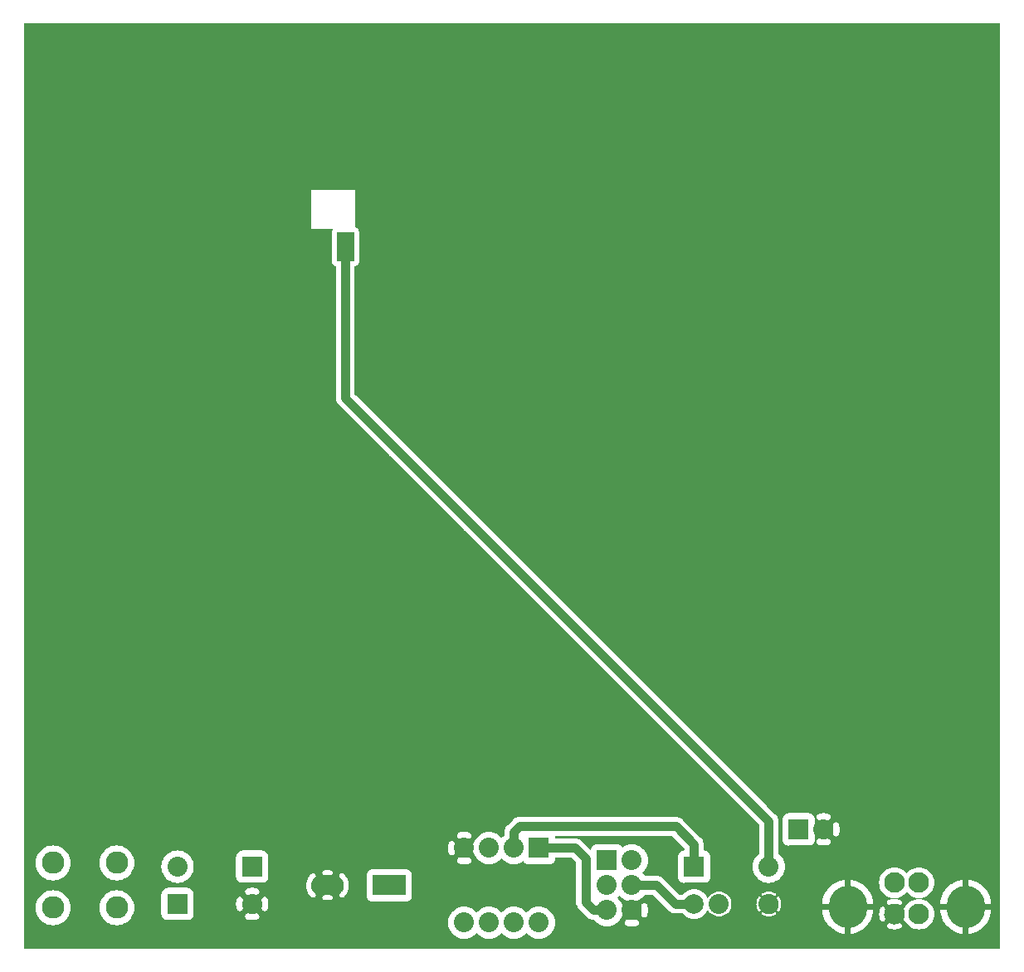
<source format=gbl>
G04 start of page 2 for group 8 layer_idx 1 *
G04 Title: (unknown), bottom_copper *
G04 Creator: pcb-rnd 3.1.5-dev *
G04 CreationDate: 2024-03-24 11:16:41 UTC *
G04 For: STEM4ukraine *
G04 Format: Gerber/RS-274X *
G04 PCB-Dimensions: 393701 374016 *
G04 PCB-Coordinate-Origin: lower left *
%MOIN*%
%FSLAX25Y25*%
%LNBOTTOM_COPPER_NONE_8*%
%ADD34C,0.0394*%
%ADD33C,0.1220*%
%ADD32C,0.0315*%
%ADD31C,0.0374*%
%ADD30C,0.0394*%
%ADD29C,0.0900*%
%ADD28C,0.1535*%
%ADD27C,0.0787*%
%ADD26C,0.0827*%
%ADD25C,0.0800*%
%ADD24C,0.0350*%
%ADD23C,0.0001*%
G54D23*G36*
X384794Y984D02*Y8683D01*
X385095Y8867D01*
X386313Y9907D01*
X387353Y11126D01*
X388190Y12491D01*
X388803Y13971D01*
X389177Y15529D01*
X389244Y16663D01*
X384794D01*
Y19163D01*
X389244D01*
X389177Y20298D01*
X388803Y21855D01*
X388190Y23335D01*
X387353Y24701D01*
X386313Y25919D01*
X385095Y26960D01*
X384794Y27144D01*
Y373031D01*
X392717D01*
Y984D01*
X384794D01*
G37*
G36*
X373395D02*Y8683D01*
X374460Y8030D01*
X375940Y7417D01*
X377498Y7043D01*
X377844Y7016D01*
Y16663D01*
X373395D01*
Y19163D01*
X377844D01*
Y28811D01*
X377498Y28784D01*
X375940Y28410D01*
X374460Y27797D01*
X373395Y27144D01*
Y373031D01*
X384794D01*
Y27144D01*
X383729Y27797D01*
X382249Y28410D01*
X380691Y28784D01*
X380344Y28811D01*
Y19163D01*
X384794D01*
Y16663D01*
X380344D01*
Y7016D01*
X380691Y7043D01*
X382249Y7417D01*
X383729Y8030D01*
X384794Y8683D01*
Y984D01*
X373395D01*
G37*
G36*
X355384D02*Y11289D01*
X355964Y10610D01*
X356698Y9983D01*
X357522Y9478D01*
X358414Y9109D01*
X359352Y8884D01*
X360315Y8808D01*
X361277Y8884D01*
X362216Y9109D01*
X363108Y9478D01*
X363931Y9983D01*
X364666Y10610D01*
X365293Y11344D01*
X365797Y12167D01*
X366167Y13059D01*
X366392Y13998D01*
X366449Y14961D01*
X366392Y15923D01*
X366167Y16862D01*
X365797Y17754D01*
X365293Y18577D01*
X364666Y19311D01*
X363931Y19938D01*
X363108Y20443D01*
X362216Y20812D01*
X361277Y21038D01*
X360315Y21113D01*
X359352Y21038D01*
X358414Y20812D01*
X357522Y20443D01*
X356698Y19938D01*
X355964Y19311D01*
X355384Y18632D01*
Y23865D01*
X355394Y23876D01*
X355964Y23208D01*
X356698Y22581D01*
X357522Y22077D01*
X358414Y21707D01*
X359352Y21482D01*
X360315Y21406D01*
X361277Y21482D01*
X362216Y21707D01*
X363108Y22077D01*
X363931Y22581D01*
X364666Y23208D01*
X365293Y23943D01*
X365797Y24766D01*
X366167Y25658D01*
X366392Y26597D01*
X366449Y27559D01*
X366392Y28522D01*
X366167Y29460D01*
X365797Y30352D01*
X365293Y31176D01*
X364666Y31910D01*
X363931Y32537D01*
X363108Y33041D01*
X362216Y33411D01*
X361277Y33636D01*
X360315Y33712D01*
X359352Y33636D01*
X358414Y33411D01*
X357522Y33041D01*
X356698Y32537D01*
X355964Y31910D01*
X355394Y31242D01*
X355384Y31253D01*
Y373031D01*
X373395D01*
Y27144D01*
X373094Y26960D01*
X371876Y25919D01*
X370836Y24701D01*
X369999Y23335D01*
X369386Y21855D01*
X369012Y20298D01*
X368945Y19163D01*
X373395D01*
Y16663D01*
X368945D01*
X369012Y15529D01*
X369386Y13971D01*
X369999Y12491D01*
X370836Y11126D01*
X371876Y9907D01*
X373094Y8867D01*
X373395Y8683D01*
Y984D01*
X355384D01*
G37*
G36*
Y373031D02*Y31253D01*
X354823Y31910D01*
X354089Y32537D01*
X353266Y33041D01*
X352374Y33411D01*
X351435Y33636D01*
X350474Y33712D01*
Y373031D01*
X355384D01*
G37*
G36*
X350474Y984D02*Y8827D01*
X350742D01*
X351280Y8874D01*
X351812Y8969D01*
X352333Y9110D01*
X352840Y9296D01*
X352981Y9367D01*
X353108Y9460D01*
X353220Y9572D01*
X353312Y9700D01*
X353384Y9841D01*
X353432Y9992D01*
X353456Y10148D01*
X353456Y10306D01*
X353430Y10462D01*
X353381Y10612D01*
X353309Y10753D01*
X353216Y10880D01*
X353104Y10992D01*
X352975Y11084D01*
X352834Y11155D01*
X352684Y11204D01*
X352528Y11228D01*
X352370Y11227D01*
X352214Y11202D01*
X352065Y11150D01*
X351725Y11021D01*
X351374Y10926D01*
X351016Y10863D01*
X350654Y10831D01*
X350474D01*
Y19090D01*
X350654D01*
X351016Y19059D01*
X351374Y18995D01*
X351725Y18900D01*
X352066Y18775D01*
X352215Y18723D01*
X352370Y18698D01*
X352527Y18697D01*
X352683Y18721D01*
X352833Y18770D01*
X352973Y18841D01*
X353101Y18933D01*
X353213Y19044D01*
X353306Y19171D01*
X353377Y19311D01*
X353427Y19460D01*
X353452Y19616D01*
X353452Y19773D01*
X353428Y19929D01*
X353380Y20078D01*
X353309Y20219D01*
X353217Y20347D01*
X353106Y20458D01*
X352979Y20551D01*
X352837Y20620D01*
X352333Y20812D01*
X351812Y20953D01*
X351280Y21047D01*
X350742Y21094D01*
X350474D01*
Y21406D01*
X351435Y21482D01*
X352374Y21707D01*
X353266Y22077D01*
X354089Y22581D01*
X354823Y23208D01*
X355384Y23865D01*
Y18632D01*
X355337Y18577D01*
X354924Y17903D01*
X354821Y17869D01*
X354680Y17797D01*
X354553Y17704D01*
X354441Y17592D01*
X354349Y17464D01*
X354278Y17323D01*
X354229Y17172D01*
X354205Y17016D01*
X354206Y16858D01*
X354231Y16702D01*
X354283Y16553D01*
X354348Y16382D01*
X354238Y15923D01*
X354162Y14961D01*
X354238Y13998D01*
X354349Y13536D01*
X354287Y13367D01*
X354235Y13218D01*
X354210Y13063D01*
X354209Y12906D01*
X354233Y12750D01*
X354281Y12600D01*
X354352Y12460D01*
X354445Y12332D01*
X354556Y12220D01*
X354683Y12128D01*
X354823Y12056D01*
X354921Y12023D01*
X355337Y11344D01*
X355384Y11289D01*
Y984D01*
X350474D01*
G37*
G36*
Y373031D02*Y33712D01*
X350472Y33712D01*
X349510Y33636D01*
X348571Y33411D01*
X347679Y33041D01*
X346856Y32537D01*
X346122Y31910D01*
X345539Y31228D01*
Y373031D01*
X350474D01*
G37*
G36*
X345539Y984D02*Y11996D01*
X345660Y11977D01*
X345818Y11977D01*
X345974Y12003D01*
X346124Y12052D01*
X346264Y12124D01*
X346392Y12217D01*
X346503Y12330D01*
X346596Y12458D01*
X346667Y12599D01*
X346716Y12749D01*
X346740Y12905D01*
X346739Y13063D01*
X346714Y13219D01*
X346662Y13368D01*
X346533Y13708D01*
X346438Y14059D01*
X346375Y14417D01*
X346343Y14779D01*
Y15142D01*
X346375Y15504D01*
X346438Y15862D01*
X346533Y16213D01*
X346658Y16555D01*
X346710Y16703D01*
X346735Y16858D01*
X346736Y17016D01*
X346712Y17171D01*
X346663Y17321D01*
X346592Y17462D01*
X346500Y17589D01*
X346389Y17701D01*
X346262Y17794D01*
X346122Y17866D01*
X345973Y17915D01*
X345817Y17940D01*
X345660Y17940D01*
X345539Y17922D01*
Y23891D01*
X346122Y23208D01*
X346856Y22581D01*
X347679Y22077D01*
X348571Y21707D01*
X349510Y21482D01*
X350472Y21406D01*
X350474Y21406D01*
Y21094D01*
X350202D01*
X349665Y21047D01*
X349133Y20953D01*
X348612Y20812D01*
X348105Y20626D01*
X347964Y20555D01*
X347837Y20461D01*
X347725Y20349D01*
X347633Y20221D01*
X347561Y20080D01*
X347513Y19930D01*
X347489Y19773D01*
X347489Y19615D01*
X347514Y19459D01*
X347564Y19309D01*
X347636Y19169D01*
X347729Y19041D01*
X347841Y18930D01*
X347969Y18837D01*
X348110Y18766D01*
X348261Y18718D01*
X348417Y18693D01*
X348575Y18694D01*
X348731Y18719D01*
X348880Y18771D01*
X349220Y18900D01*
X349571Y18995D01*
X349929Y19059D01*
X350291Y19090D01*
X350474D01*
Y10831D01*
X350291D01*
X349929Y10863D01*
X349571Y10926D01*
X349220Y11021D01*
X348879Y11146D01*
X348730Y11198D01*
X348575Y11223D01*
X348417Y11224D01*
X348262Y11200D01*
X348112Y11152D01*
X347972Y11081D01*
X347844Y10989D01*
X347732Y10878D01*
X347639Y10751D01*
X347567Y10610D01*
X347518Y10461D01*
X347493Y10306D01*
X347493Y10148D01*
X347517Y9993D01*
X347565Y9843D01*
X347636Y9702D01*
X347728Y9575D01*
X347839Y9463D01*
X347966Y9370D01*
X348107Y9301D01*
X348612Y9110D01*
X349133Y8969D01*
X349665Y8874D01*
X350202Y8827D01*
X350474D01*
Y984D01*
X345539D01*
G37*
G36*
X337393D02*Y8683D01*
X337693Y8867D01*
X338911Y9907D01*
X339952Y11126D01*
X340789Y12491D01*
X341402Y13971D01*
X341776Y15529D01*
X341843Y16663D01*
X337393D01*
Y19163D01*
X341843D01*
X341776Y20298D01*
X341402Y21855D01*
X340789Y23335D01*
X339952Y24701D01*
X338911Y25919D01*
X337693Y26960D01*
X337393Y27144D01*
Y373031D01*
X345539D01*
Y31228D01*
X345495Y31176D01*
X344990Y30352D01*
X344621Y29460D01*
X344395Y28522D01*
X344320Y27559D01*
X344395Y26597D01*
X344621Y25658D01*
X344990Y24766D01*
X345495Y23943D01*
X345539Y23891D01*
Y17922D01*
X345504Y17916D01*
X345355Y17868D01*
X345214Y17797D01*
X345086Y17705D01*
X344975Y17594D01*
X344882Y17467D01*
X344813Y17326D01*
X344621Y16821D01*
X344481Y16300D01*
X344386Y15768D01*
X344339Y15231D01*
Y14691D01*
X344386Y14153D01*
X344481Y13621D01*
X344621Y13100D01*
X344807Y12593D01*
X344879Y12452D01*
X344972Y12325D01*
X345084Y12213D01*
X345212Y12121D01*
X345353Y12050D01*
X345504Y12001D01*
X345539Y11996D01*
Y984D01*
X337393D01*
G37*
G36*
X327122D02*Y8004D01*
X328538Y7417D01*
X330096Y7043D01*
X330443Y7016D01*
Y16663D01*
X327122D01*
Y19163D01*
X330443D01*
Y28811D01*
X330096Y28784D01*
X328538Y28410D01*
X327122Y27823D01*
Y46174D01*
X327203Y46181D01*
X327394Y46228D01*
X327576Y46304D01*
X327743Y46407D01*
X327892Y46536D01*
X328019Y46686D01*
X328121Y46854D01*
X328192Y47038D01*
X328348Y47590D01*
X328449Y48156D01*
X328500Y48728D01*
Y49303D01*
X328449Y49875D01*
X328348Y50441D01*
X328198Y50996D01*
X328125Y51179D01*
X328022Y51348D01*
X327895Y51498D01*
X327745Y51627D01*
X327578Y51731D01*
X327396Y51808D01*
X327204Y51855D01*
X327122Y51862D01*
Y373031D01*
X337393D01*
Y27144D01*
X336328Y27797D01*
X334848Y28410D01*
X333290Y28784D01*
X332943Y28811D01*
Y19163D01*
X337393D01*
Y16663D01*
X332943D01*
Y7016D01*
X333290Y7043D01*
X334848Y7417D01*
X336328Y8030D01*
X337393Y8683D01*
Y984D01*
X327122D01*
G37*
G36*
X327058Y27797D02*X325692Y26960D01*
X324474Y25919D01*
X323434Y24701D01*
X322597Y23335D01*
X322002Y21899D01*
Y42516D01*
X322287D01*
X322860Y42566D01*
X323425Y42667D01*
X323980Y42818D01*
X324163Y42891D01*
X324332Y42994D01*
X324483Y43121D01*
X324611Y43270D01*
X324715Y43438D01*
X324792Y43620D01*
X324839Y43812D01*
X324855Y44008D01*
X324841Y44205D01*
X324796Y44397D01*
X324721Y44580D01*
X324619Y44749D01*
X324491Y44900D01*
X324342Y45029D01*
X324174Y45133D01*
X323992Y45209D01*
X323801Y45256D01*
X323604Y45272D01*
X323407Y45258D01*
X323216Y45209D01*
X322876Y45113D01*
X322529Y45051D01*
X322177Y45020D01*
X322002D01*
Y53012D01*
X322177D01*
X322529Y52981D01*
X322876Y52919D01*
X323217Y52826D01*
X323408Y52777D01*
X323604Y52763D01*
X323800Y52779D01*
X323991Y52826D01*
X324172Y52902D01*
X324340Y53006D01*
X324489Y53135D01*
X324616Y53285D01*
X324718Y53453D01*
X324792Y53635D01*
X324837Y53827D01*
X324851Y54023D01*
X324835Y54219D01*
X324788Y54410D01*
X324712Y54592D01*
X324608Y54759D01*
X324480Y54908D01*
X324330Y55035D01*
X324161Y55137D01*
X323978Y55207D01*
X323425Y55364D01*
X322860Y55465D01*
X322287Y55516D01*
X322002D01*
Y373031D01*
X327122D01*
Y51862D01*
X327007Y51871D01*
X326810Y51857D01*
X326618Y51811D01*
X326436Y51737D01*
X326267Y51635D01*
X326116Y51507D01*
X325987Y51358D01*
X325883Y51190D01*
X325807Y51008D01*
X325760Y50816D01*
X325743Y50620D01*
X325758Y50423D01*
X325807Y50232D01*
X325903Y49892D01*
X325965Y49544D01*
X325996Y49192D01*
Y48839D01*
X325965Y48487D01*
X325903Y48139D01*
X325810Y47799D01*
X325762Y47608D01*
X325747Y47412D01*
X325764Y47216D01*
X325810Y47025D01*
X325887Y46843D01*
X325990Y46676D01*
X326119Y46527D01*
X326269Y46400D01*
X326437Y46298D01*
X326619Y46224D01*
X326811Y46179D01*
X327007Y46164D01*
X327122Y46174D01*
Y27823D01*
X327058Y27797D01*
G37*
G36*
X322002Y16663D02*Y19163D01*
X327122D01*
Y16663D01*
X322002D01*
G37*
G36*
Y984D02*Y13928D01*
X322597Y12491D01*
X323434Y11126D01*
X324474Y9907D01*
X325692Y8867D01*
X327058Y8030D01*
X327122Y8004D01*
Y984D01*
X322002D01*
G37*
G36*
X312000D02*Y42516D01*
X315902D01*
X316000Y42508D01*
X316392Y42539D01*
X316392Y42539D01*
X316775Y42631D01*
X317138Y42781D01*
X317474Y42987D01*
X317773Y43243D01*
X318029Y43542D01*
X318234Y43877D01*
X318385Y44241D01*
X318477Y44623D01*
X318508Y45016D01*
X318500Y45114D01*
Y52918D01*
X318508Y53016D01*
X318477Y53408D01*
X318477Y53408D01*
X318385Y53791D01*
X318234Y54154D01*
X318029Y54490D01*
X317773Y54789D01*
X317474Y55045D01*
X317138Y55250D01*
X316775Y55401D01*
X316392Y55493D01*
X316000Y55523D01*
X315902Y55516D01*
X312000D01*
Y373031D01*
X322002D01*
Y55516D01*
X321713D01*
X321140Y55465D01*
X320575Y55364D01*
X320020Y55214D01*
X319837Y55140D01*
X319668Y55038D01*
X319517Y54911D01*
X319389Y54761D01*
X319285Y54593D01*
X319208Y54411D01*
X319161Y54220D01*
X319145Y54023D01*
X319159Y53826D01*
X319204Y53634D01*
X319279Y53451D01*
X319381Y53283D01*
X319509Y53132D01*
X319658Y53003D01*
X319826Y52899D01*
X320008Y52822D01*
X320199Y52775D01*
X320396Y52759D01*
X320593Y52774D01*
X320784Y52822D01*
X321124Y52919D01*
X321471Y52981D01*
X321823Y53012D01*
X322002D01*
Y45020D01*
X321823D01*
X321471Y45051D01*
X321124Y45113D01*
X320783Y45205D01*
X320592Y45254D01*
X320396Y45269D01*
X320200Y45252D01*
X320009Y45205D01*
X319828Y45129D01*
X319660Y45025D01*
X319511Y44897D01*
X319384Y44747D01*
X319282Y44578D01*
X319208Y44396D01*
X319163Y44205D01*
X319149Y44009D01*
X319165Y43812D01*
X319212Y43621D01*
X319288Y43440D01*
X319392Y43273D01*
X319520Y43124D01*
X319670Y42997D01*
X319839Y42895D01*
X320022Y42824D01*
X320575Y42667D01*
X321140Y42566D01*
X321713Y42516D01*
X322002D01*
Y21899D01*
X321984Y21855D01*
X321610Y20298D01*
X321543Y19163D01*
X322002D01*
Y16663D01*
X321543D01*
X321610Y15529D01*
X321984Y13971D01*
X322002Y13928D01*
Y984D01*
X312000D01*
G37*
G36*
X304153D02*Y16254D01*
X304182Y16283D01*
X304228Y16346D01*
X304464Y16752D01*
X304657Y17180D01*
X304808Y17625D01*
X304918Y18082D01*
X304983Y18547D01*
X305006Y19016D01*
X304983Y19485D01*
X304918Y19950D01*
X304808Y20407D01*
X304657Y20851D01*
X304464Y21280D01*
X304232Y21688D01*
X304185Y21752D01*
X304153Y21784D01*
Y29015D01*
X304610Y29405D01*
X305275Y30183D01*
X305809Y31056D01*
X306201Y32001D01*
X306440Y32996D01*
X306500Y34016D01*
X306440Y35036D01*
X306201Y36031D01*
X305809Y36976D01*
X305275Y37848D01*
X304610Y38626D01*
X304153Y39017D01*
Y373031D01*
X312000D01*
Y55516D01*
X308098D01*
X308000Y55523D01*
X307608Y55493D01*
X307608Y55493D01*
X307225Y55401D01*
X306862Y55250D01*
X306526Y55045D01*
X306227Y54789D01*
X305971Y54490D01*
X305766Y54154D01*
X305615Y53791D01*
X305523Y53408D01*
X305492Y53016D01*
X305500Y52918D01*
Y45114D01*
X305492Y45016D01*
X305523Y44624D01*
X305523Y44623D01*
X305615Y44241D01*
X305766Y43877D01*
X305971Y43542D01*
X306227Y43243D01*
X306526Y42987D01*
X306862Y42781D01*
X307225Y42631D01*
X307608Y42539D01*
X308000Y42508D01*
X308098Y42516D01*
X312000D01*
Y984D01*
X304153D01*
G37*
G36*
X303832Y39291D02*X303750Y39341D01*
Y52215D01*
X303762Y52362D01*
X303715Y52951D01*
X303577Y53525D01*
X303352Y54070D01*
X303043Y54573D01*
X303043Y54573D01*
X302660Y55022D01*
X302548Y55118D01*
X300002Y57663D01*
Y373031D01*
X304153D01*
Y39017D01*
X303832Y39291D01*
G37*
G36*
X300002Y984D02*Y14010D01*
X300469Y14032D01*
X300934Y14098D01*
X301391Y14207D01*
X301835Y14359D01*
X302264Y14551D01*
X302672Y14783D01*
X302736Y14830D01*
X302792Y14887D01*
X302837Y14952D01*
X302872Y15023D01*
X302896Y15099D01*
X302907Y15178D01*
X302906Y15257D01*
X302893Y15335D01*
X302867Y15411D01*
X302830Y15481D01*
X302783Y15544D01*
X302726Y15600D01*
X302661Y15646D01*
X302590Y15681D01*
X302514Y15704D01*
X302435Y15716D01*
X302356Y15715D01*
X302278Y15701D01*
X302203Y15676D01*
X302133Y15637D01*
X301809Y15448D01*
X301467Y15294D01*
X301112Y15173D01*
X300746Y15086D01*
X300375Y15033D01*
X300002Y15016D01*
Y23016D01*
X300375Y22998D01*
X300746Y22945D01*
X301112Y22858D01*
X301467Y22737D01*
X301809Y22583D01*
X302135Y22398D01*
X302204Y22360D01*
X302279Y22335D01*
X302356Y22321D01*
X302435Y22320D01*
X302513Y22332D01*
X302588Y22355D01*
X302659Y22390D01*
X302723Y22435D01*
X302779Y22490D01*
X302827Y22553D01*
X302863Y22623D01*
X302888Y22697D01*
X302902Y22775D01*
X302903Y22853D01*
X302892Y22931D01*
X302868Y23006D01*
X302834Y23077D01*
X302788Y23141D01*
X302733Y23198D01*
X302669Y23244D01*
X302264Y23480D01*
X301835Y23673D01*
X301391Y23824D01*
X300934Y23933D01*
X300469Y23999D01*
X300002Y24021D01*
Y27496D01*
X301020Y27576D01*
X302015Y27815D01*
X302960Y28206D01*
X303832Y28741D01*
X304153Y29015D01*
Y21784D01*
X304128Y21807D01*
X304064Y21853D01*
X303992Y21888D01*
X303917Y21912D01*
X303838Y21923D01*
X303759Y21922D01*
X303680Y21909D01*
X303605Y21883D01*
X303535Y21846D01*
X303471Y21798D01*
X303416Y21742D01*
X303370Y21677D01*
X303335Y21606D01*
X303312Y21530D01*
X303300Y21451D01*
X303301Y21372D01*
X303315Y21293D01*
X303340Y21218D01*
X303379Y21149D01*
X303568Y20825D01*
X303721Y20483D01*
X303842Y20127D01*
X303930Y19762D01*
X303982Y19391D01*
X304000Y19016D01*
X303982Y18641D01*
X303930Y18269D01*
X303842Y17904D01*
X303721Y17549D01*
X303568Y17207D01*
X303382Y16880D01*
X303344Y16811D01*
X303319Y16737D01*
X303306Y16659D01*
X303305Y16581D01*
X303316Y16503D01*
X303339Y16428D01*
X303374Y16357D01*
X303419Y16293D01*
X303474Y16236D01*
X303537Y16189D01*
X303607Y16153D01*
X303681Y16127D01*
X303759Y16114D01*
X303838Y16113D01*
X303916Y16124D01*
X303991Y16147D01*
X304061Y16182D01*
X304126Y16228D01*
X304153Y16254D01*
Y984D01*
X300002D01*
G37*
G36*
X233069Y124597D02*Y373031D01*
X300002D01*
Y57663D01*
X233069Y124597D01*
G37*
G36*
X296250Y50809D02*Y39341D01*
X296168Y39291D01*
X295847Y39017D01*
Y51212D01*
X296250Y50809D01*
G37*
G36*
X295847Y984D02*Y16248D01*
X295872Y16224D01*
X295936Y16178D01*
X296008Y16143D01*
X296083Y16120D01*
X296162Y16108D01*
X296241Y16109D01*
X296320Y16123D01*
X296395Y16149D01*
X296465Y16185D01*
X296529Y16233D01*
X296584Y16290D01*
X296630Y16355D01*
X296665Y16426D01*
X296688Y16502D01*
X296700Y16580D01*
X296699Y16660D01*
X296685Y16738D01*
X296660Y16813D01*
X296621Y16883D01*
X296432Y17207D01*
X296279Y17549D01*
X296158Y17904D01*
X296070Y18269D01*
X296018Y18641D01*
X296000Y19016D01*
X296018Y19391D01*
X296070Y19762D01*
X296158Y20127D01*
X296279Y20483D01*
X296432Y20825D01*
X296618Y21151D01*
X296656Y21220D01*
X296681Y21295D01*
X296694Y21372D01*
X296695Y21451D01*
X296684Y21529D01*
X296661Y21604D01*
X296626Y21674D01*
X296581Y21739D01*
X296526Y21795D01*
X296463Y21842D01*
X296393Y21879D01*
X296319Y21904D01*
X296241Y21918D01*
X296162Y21919D01*
X296084Y21907D01*
X296009Y21884D01*
X295939Y21849D01*
X295874Y21804D01*
X295847Y21777D01*
Y29015D01*
X296168Y28741D01*
X297040Y28206D01*
X297985Y27815D01*
X298980Y27576D01*
X300000Y27496D01*
X300002Y27496D01*
Y24021D01*
X300000Y24021D01*
X299531Y23999D01*
X299066Y23933D01*
X298609Y23824D01*
X298165Y23673D01*
X297736Y23480D01*
X297328Y23248D01*
X297264Y23201D01*
X297208Y23144D01*
X297163Y23079D01*
X297128Y23008D01*
X297104Y22932D01*
X297093Y22854D01*
X297094Y22774D01*
X297107Y22696D01*
X297133Y22621D01*
X297170Y22551D01*
X297217Y22487D01*
X297274Y22432D01*
X297339Y22386D01*
X297410Y22351D01*
X297486Y22327D01*
X297565Y22316D01*
X297644Y22317D01*
X297722Y22330D01*
X297797Y22356D01*
X297867Y22394D01*
X298191Y22583D01*
X298533Y22737D01*
X298888Y22858D01*
X299254Y22945D01*
X299625Y22998D01*
X300000Y23016D01*
X300002Y23016D01*
Y15016D01*
X300000Y15016D01*
X299625Y15033D01*
X299254Y15086D01*
X298888Y15173D01*
X298533Y15294D01*
X298191Y15448D01*
X297864Y15633D01*
X297796Y15671D01*
X297721Y15697D01*
X297644Y15710D01*
X297565Y15711D01*
X297487Y15700D01*
X297412Y15677D01*
X297341Y15642D01*
X297277Y15596D01*
X297221Y15542D01*
X297173Y15478D01*
X297137Y15409D01*
X297112Y15334D01*
X297098Y15257D01*
X297097Y15178D01*
X297108Y15100D01*
X297132Y15025D01*
X297166Y14954D01*
X297212Y14890D01*
X297267Y14834D01*
X297331Y14788D01*
X297736Y14551D01*
X298165Y14359D01*
X298609Y14207D01*
X299066Y14098D01*
X299531Y14032D01*
X300000Y14010D01*
X300002Y14010D01*
Y984D01*
X295847D01*
G37*
G36*
X250122D02*Y13674D01*
X250203Y13681D01*
X250394Y13728D01*
X250576Y13804D01*
X250743Y13907D01*
X250892Y14036D01*
X251019Y14186D01*
X251121Y14354D01*
X251192Y14538D01*
X251348Y15090D01*
X251449Y15656D01*
X251500Y16228D01*
Y16803D01*
X251449Y17375D01*
X251348Y17941D01*
X251198Y18496D01*
X251125Y18679D01*
X251022Y18848D01*
X250895Y18998D01*
X250745Y19127D01*
X250578Y19231D01*
X250396Y19308D01*
X250204Y19355D01*
X250122Y19362D01*
Y22504D01*
X250275Y22683D01*
X250325Y22766D01*
X253447D01*
X259744Y16468D01*
X259840Y16356D01*
X260289Y15973D01*
X260289Y15973D01*
X260792Y15664D01*
X261338Y15438D01*
X261912Y15300D01*
X262500Y15254D01*
X262647Y15266D01*
X265395D01*
X265789Y14805D01*
X266500Y14198D01*
X267296Y13710D01*
X268160Y13352D01*
X269068Y13134D01*
X270000Y13060D01*
X270932Y13134D01*
X271840Y13352D01*
X272704Y13710D01*
X273500Y14198D01*
X274211Y14805D01*
X274818Y15515D01*
X275306Y16312D01*
X275507Y16797D01*
X275531Y16739D01*
X275942Y16068D01*
X276454Y15469D01*
X277052Y14958D01*
X277723Y14547D01*
X278450Y14246D01*
X279215Y14062D01*
X280000Y14000D01*
X280785Y14062D01*
X281550Y14246D01*
X282277Y14547D01*
X282948Y14958D01*
X283546Y15469D01*
X284058Y16068D01*
X284469Y16739D01*
X284770Y17466D01*
X284954Y18231D01*
X285000Y19016D01*
X284954Y19800D01*
X284770Y20566D01*
X284469Y21293D01*
X284058Y21964D01*
X283546Y22562D01*
X282948Y23073D01*
X282277Y23485D01*
X281550Y23786D01*
X280785Y23969D01*
X280000Y24031D01*
X279215Y23969D01*
X278450Y23786D01*
X277723Y23485D01*
X277052Y23073D01*
X276454Y22562D01*
X275942Y21964D01*
X275531Y21293D01*
X275507Y21234D01*
X275306Y21719D01*
X274818Y22516D01*
X274211Y23227D01*
X273500Y23834D01*
X272704Y24322D01*
X271840Y24680D01*
X270932Y24898D01*
X270000Y24971D01*
X269068Y24898D01*
X268160Y24680D01*
X267296Y24322D01*
X266500Y23834D01*
X265789Y23227D01*
X265395Y22766D01*
X264053D01*
X257756Y29063D01*
X257660Y29176D01*
X257211Y29559D01*
X256708Y29867D01*
X256162Y30093D01*
X255588Y30231D01*
X255588Y30231D01*
X255000Y30277D01*
X254853Y30266D01*
X250325D01*
X250275Y30348D01*
X250122Y30528D01*
Y32504D01*
X250275Y32683D01*
X250809Y33556D01*
X251201Y34501D01*
X251440Y35496D01*
X251500Y36516D01*
X251440Y37536D01*
X251201Y38531D01*
X250809Y39476D01*
X250275Y40348D01*
X250122Y40528D01*
Y46447D01*
X261242D01*
X266250Y41439D01*
Y40516D01*
X266098D01*
X266000Y40523D01*
X265608Y40493D01*
X265608Y40493D01*
X265225Y40401D01*
X264862Y40250D01*
X264526Y40045D01*
X264227Y39789D01*
X263971Y39490D01*
X263766Y39154D01*
X263615Y38791D01*
X263523Y38408D01*
X263492Y38016D01*
X263500Y37918D01*
Y30114D01*
X263492Y30016D01*
X263523Y29624D01*
X263523Y29623D01*
X263615Y29241D01*
X263766Y28877D01*
X263971Y28542D01*
X264227Y28243D01*
X264526Y27987D01*
X264862Y27781D01*
X265225Y27631D01*
X265608Y27539D01*
X266000Y27508D01*
X266098Y27516D01*
X273902D01*
X274000Y27508D01*
X274392Y27539D01*
X274392Y27539D01*
X274775Y27631D01*
X275138Y27781D01*
X275474Y27987D01*
X275773Y28243D01*
X276029Y28542D01*
X276234Y28877D01*
X276385Y29241D01*
X276477Y29623D01*
X276508Y30016D01*
X276500Y30114D01*
Y37918D01*
X276508Y38016D01*
X276477Y38408D01*
X276477Y38408D01*
X276385Y38791D01*
X276234Y39154D01*
X276029Y39490D01*
X275773Y39789D01*
X275474Y40045D01*
X275138Y40250D01*
X274775Y40401D01*
X274392Y40493D01*
X274000Y40523D01*
X273902Y40516D01*
X273750D01*
Y42845D01*
X273762Y42992D01*
X273715Y43580D01*
X273715Y43581D01*
X273577Y44155D01*
X273352Y44700D01*
X273043Y45203D01*
X272660Y45652D01*
X272548Y45748D01*
X265551Y52745D01*
X265455Y52857D01*
X265006Y53240D01*
X264503Y53548D01*
X263958Y53774D01*
X263384Y53912D01*
X263384Y53912D01*
X262795Y53958D01*
X262648Y53947D01*
X250122D01*
Y96937D01*
X295847Y51212D01*
Y39017D01*
X295390Y38626D01*
X294725Y37848D01*
X294191Y36976D01*
X293799Y36031D01*
X293560Y35036D01*
X293480Y34016D01*
X293560Y32996D01*
X293799Y32001D01*
X294191Y31056D01*
X294725Y30183D01*
X295390Y29405D01*
X295847Y29015D01*
Y21777D01*
X295818Y21749D01*
X295772Y21685D01*
X295536Y21280D01*
X295343Y20851D01*
X295192Y20407D01*
X295082Y19950D01*
X295017Y19485D01*
X294994Y19016D01*
X295017Y18547D01*
X295082Y18082D01*
X295192Y17625D01*
X295343Y17180D01*
X295536Y16752D01*
X295768Y16343D01*
X295815Y16280D01*
X295847Y16248D01*
Y984D01*
X250122D01*
G37*
G36*
X245002Y53947D02*Y102057D01*
X250122Y96937D01*
Y53947D01*
X245002D01*
G37*
G36*
X249610Y41126D02*X248832Y41791D01*
X247960Y42325D01*
X247015Y42717D01*
X246020Y42956D01*
X245002Y43036D01*
Y46447D01*
X250122D01*
Y40528D01*
X249610Y41126D01*
G37*
G36*
Y31126D02*X249154Y31516D01*
X249610Y31905D01*
X250122Y32504D01*
Y30528D01*
X249610Y31126D01*
G37*
G36*
X245002Y984D02*Y10016D01*
X245287D01*
X245860Y10066D01*
X246425Y10167D01*
X246980Y10318D01*
X247163Y10391D01*
X247332Y10494D01*
X247483Y10621D01*
X247611Y10770D01*
X247715Y10938D01*
X247792Y11120D01*
X247839Y11312D01*
X247855Y11508D01*
X247841Y11705D01*
X247796Y11897D01*
X247721Y12080D01*
X247619Y12249D01*
X247491Y12400D01*
X247342Y12529D01*
X247174Y12633D01*
X246992Y12709D01*
X246801Y12756D01*
X246604Y12772D01*
X246407Y12758D01*
X246216Y12709D01*
X245876Y12613D01*
X245529Y12551D01*
X245177Y12520D01*
X245002D01*
Y19996D01*
X246020Y20076D01*
X247015Y20315D01*
X247960Y20706D01*
X248832Y21241D01*
X249610Y21905D01*
X250122Y22504D01*
Y19362D01*
X250007Y19371D01*
X249810Y19357D01*
X249618Y19311D01*
X249436Y19237D01*
X249267Y19135D01*
X249116Y19007D01*
X248987Y18858D01*
X248883Y18690D01*
X248807Y18508D01*
X248760Y18316D01*
X248743Y18120D01*
X248758Y17923D01*
X248807Y17732D01*
X248903Y17392D01*
X248965Y17044D01*
X248996Y16692D01*
Y16339D01*
X248965Y15987D01*
X248903Y15639D01*
X248810Y15299D01*
X248762Y15108D01*
X248747Y14912D01*
X248764Y14716D01*
X248810Y14525D01*
X248887Y14343D01*
X248990Y14176D01*
X249119Y14027D01*
X249269Y13900D01*
X249437Y13798D01*
X249619Y13724D01*
X249811Y13679D01*
X250007Y13664D01*
X250122Y13674D01*
Y984D01*
X245002D01*
G37*
G36*
X233069Y53947D02*Y113990D01*
X245002Y102057D01*
Y53947D01*
X233069D01*
G37*
G36*
X245000Y43036D02*X243980Y42956D01*
X242985Y42717D01*
X242040Y42325D01*
X241168Y41791D01*
X241157Y41781D01*
X241029Y41990D01*
X240773Y42289D01*
X240474Y42545D01*
X240138Y42750D01*
X239775Y42901D01*
X239392Y42993D01*
X239000Y43023D01*
X238902Y43016D01*
X233069D01*
Y46447D01*
X245002D01*
Y43036D01*
X245000Y43036D01*
G37*
G36*
X233069Y984D02*Y10295D01*
X233980Y10076D01*
X235000Y9996D01*
X236020Y10076D01*
X237015Y10315D01*
X237960Y10706D01*
X238832Y11241D01*
X239610Y11905D01*
X240275Y12683D01*
X240809Y13556D01*
X241201Y14501D01*
X241440Y15496D01*
X241500Y16516D01*
X241440Y17536D01*
X241201Y18531D01*
X240809Y19476D01*
X240275Y20348D01*
X239610Y21126D01*
X239154Y21516D01*
X239610Y21905D01*
X240000Y22362D01*
X240390Y21905D01*
X241168Y21241D01*
X242040Y20706D01*
X242985Y20315D01*
X243980Y20076D01*
X245000Y19996D01*
X245002Y19996D01*
Y12520D01*
X244823D01*
X244471Y12551D01*
X244124Y12613D01*
X243783Y12705D01*
X243592Y12754D01*
X243396Y12769D01*
X243200Y12752D01*
X243009Y12705D01*
X242828Y12629D01*
X242660Y12525D01*
X242511Y12397D01*
X242384Y12247D01*
X242282Y12078D01*
X242208Y11896D01*
X242163Y11705D01*
X242149Y11509D01*
X242165Y11312D01*
X242212Y11121D01*
X242288Y10940D01*
X242392Y10773D01*
X242520Y10624D01*
X242670Y10497D01*
X242839Y10395D01*
X243022Y10324D01*
X243575Y10167D01*
X244140Y10066D01*
X244713Y10016D01*
X245002D01*
Y984D01*
X233069D01*
G37*
G36*
X231098Y43016D02*X231000Y43023D01*
X230608Y42993D01*
X230608Y42993D01*
X230225Y42901D01*
X229862Y42750D01*
X229526Y42545D01*
X229227Y42289D01*
X228971Y41990D01*
X228766Y41654D01*
X228615Y41291D01*
X228523Y40908D01*
X228498Y40585D01*
X225019Y44063D01*
X224924Y44176D01*
X224475Y44559D01*
X224475Y44559D01*
X223971Y44867D01*
X223426Y45093D01*
X222852Y45231D01*
X222264Y45277D01*
X222117Y45266D01*
X214157D01*
Y45418D01*
X214165Y45516D01*
X214134Y45908D01*
X214134Y45908D01*
X214042Y46291D01*
X213978Y46447D01*
X233069D01*
Y43016D01*
X231098D01*
G37*
G36*
X233069Y373031D02*Y124597D01*
X133671Y223994D01*
Y275336D01*
X133739Y275341D01*
X133739Y275341D01*
X134045Y275415D01*
X134336Y275535D01*
X134604Y275700D01*
X134844Y275904D01*
X135048Y276144D01*
X135213Y276412D01*
X135333Y276703D01*
X135407Y277009D01*
X135431Y277323D01*
X135425Y277401D01*
Y289055D01*
X135431Y289134D01*
X135407Y289448D01*
X135333Y289754D01*
X135213Y290045D01*
X135048Y290313D01*
X134844Y290552D01*
X134604Y290757D01*
X134336Y290921D01*
X134045Y291042D01*
X133858Y291087D01*
Y306102D01*
X122736D01*
Y373031D01*
X233069D01*
G37*
G36*
X177659Y984D02*Y4996D01*
X178677Y5076D01*
X179672Y5315D01*
X180618Y5706D01*
X181490Y6241D01*
X182268Y6905D01*
X182657Y7362D01*
X183047Y6905D01*
X183825Y6241D01*
X184697Y5706D01*
X185643Y5315D01*
X186638Y5076D01*
X187657Y4996D01*
X188677Y5076D01*
X189672Y5315D01*
X190618Y5706D01*
X191490Y6241D01*
X192268Y6905D01*
X192657Y7362D01*
X193047Y6905D01*
X193825Y6241D01*
X194697Y5706D01*
X195643Y5315D01*
X196638Y5076D01*
X197657Y4996D01*
X198677Y5076D01*
X199672Y5315D01*
X200618Y5706D01*
X201490Y6241D01*
X202268Y6905D01*
X202657Y7362D01*
X203047Y6905D01*
X203825Y6241D01*
X204697Y5706D01*
X205643Y5315D01*
X206638Y5076D01*
X207657Y4996D01*
X208677Y5076D01*
X209672Y5315D01*
X210618Y5706D01*
X211490Y6241D01*
X212268Y6905D01*
X212932Y7683D01*
X213467Y8556D01*
X213858Y9501D01*
X214097Y10496D01*
X214157Y11516D01*
X214097Y12536D01*
X213858Y13531D01*
X213467Y14476D01*
X212932Y15348D01*
X212268Y16126D01*
X211490Y16791D01*
X210618Y17325D01*
X209672Y17717D01*
X208677Y17956D01*
X207657Y18036D01*
X206638Y17956D01*
X205643Y17717D01*
X204697Y17325D01*
X203825Y16791D01*
X203047Y16126D01*
X202657Y15670D01*
X202268Y16126D01*
X201490Y16791D01*
X200618Y17325D01*
X199672Y17717D01*
X198677Y17956D01*
X197657Y18036D01*
X196638Y17956D01*
X195643Y17717D01*
X194697Y17325D01*
X193825Y16791D01*
X193047Y16126D01*
X192657Y15670D01*
X192268Y16126D01*
X191490Y16791D01*
X190618Y17325D01*
X189672Y17717D01*
X188677Y17956D01*
X187657Y18036D01*
X186638Y17956D01*
X185643Y17717D01*
X184697Y17325D01*
X183825Y16791D01*
X183047Y16126D01*
X182657Y15670D01*
X182268Y16126D01*
X181490Y16791D01*
X180618Y17325D01*
X179672Y17717D01*
X178677Y17956D01*
X177659Y18036D01*
Y35016D01*
X177945D01*
X178517Y35066D01*
X179083Y35167D01*
X179637Y35318D01*
X179821Y35391D01*
X179989Y35494D01*
X180140Y35621D01*
X180269Y35770D01*
X180373Y35938D01*
X180449Y36120D01*
X180496Y36312D01*
X180513Y36508D01*
X180498Y36705D01*
X180453Y36897D01*
X180379Y37080D01*
X180276Y37249D01*
X180149Y37400D01*
X179999Y37529D01*
X179832Y37633D01*
X179650Y37709D01*
X179458Y37756D01*
X179261Y37772D01*
X179064Y37758D01*
X178874Y37709D01*
X178534Y37613D01*
X178186Y37551D01*
X177834Y37520D01*
X177659D01*
Y45512D01*
X177834D01*
X178186Y45481D01*
X178534Y45419D01*
X178875Y45326D01*
X179065Y45277D01*
X179261Y45263D01*
X179457Y45279D01*
X179648Y45326D01*
X179830Y45402D01*
X179997Y45506D01*
X180146Y45635D01*
X180273Y45785D01*
X180375Y45953D01*
X180449Y46135D01*
X180494Y46327D01*
X180509Y46523D01*
X180492Y46719D01*
X180446Y46910D01*
X180369Y47092D01*
X180266Y47259D01*
X180137Y47408D01*
X179987Y47535D01*
X179819Y47637D01*
X179635Y47707D01*
X179083Y47864D01*
X178517Y47965D01*
X177945Y48016D01*
X177659D01*
Y169399D01*
X233069Y113990D01*
Y53947D01*
X199950D01*
X199803Y53958D01*
X199215Y53912D01*
X198641Y53774D01*
X198095Y53548D01*
X197592Y53240D01*
X197592Y53240D01*
X197143Y52857D01*
X197048Y52745D01*
X195110Y50807D01*
X194998Y50711D01*
X194614Y50262D01*
X194306Y49759D01*
X194080Y49214D01*
X193942Y48640D01*
X193942Y48639D01*
X193896Y48051D01*
X193907Y47904D01*
Y46841D01*
X193825Y46791D01*
X193047Y46126D01*
X192657Y45670D01*
X192268Y46126D01*
X191490Y46791D01*
X190618Y47325D01*
X189672Y47717D01*
X188677Y47956D01*
X187657Y48036D01*
X186638Y47956D01*
X185643Y47717D01*
X184697Y47325D01*
X183825Y46791D01*
X183047Y46126D01*
X182383Y45348D01*
X181848Y44476D01*
X181457Y43531D01*
X181218Y42536D01*
X181137Y41516D01*
X181218Y40496D01*
X181457Y39501D01*
X181848Y38556D01*
X182383Y37683D01*
X183047Y36905D01*
X183825Y36241D01*
X184697Y35706D01*
X185643Y35315D01*
X186638Y35076D01*
X187657Y34996D01*
X188677Y35076D01*
X189672Y35315D01*
X190618Y35706D01*
X191490Y36241D01*
X192268Y36905D01*
X192657Y37362D01*
X193047Y36905D01*
X193825Y36241D01*
X194697Y35706D01*
X195643Y35315D01*
X196638Y35076D01*
X197657Y34996D01*
X198677Y35076D01*
X199672Y35315D01*
X200618Y35706D01*
X201490Y36241D01*
X201501Y36250D01*
X201629Y36042D01*
X201884Y35743D01*
X202183Y35487D01*
X202519Y35281D01*
X202883Y35131D01*
X203265Y35039D01*
X203657Y35008D01*
X203755Y35016D01*
X211560D01*
X211657Y35008D01*
X212050Y35039D01*
X212050Y35039D01*
X212432Y35131D01*
X212796Y35281D01*
X213131Y35487D01*
X213431Y35743D01*
X213686Y36042D01*
X213892Y36377D01*
X214042Y36741D01*
X214134Y37123D01*
X214165Y37516D01*
X214157Y37614D01*
Y37766D01*
X220710D01*
X222628Y35848D01*
Y19832D01*
X222616Y19685D01*
X222663Y19097D01*
X222800Y18523D01*
X223026Y17977D01*
X223335Y17474D01*
X223335Y17474D01*
X223718Y17025D01*
X223830Y16929D01*
X226792Y13968D01*
X226887Y13856D01*
X227336Y13473D01*
X227336Y13473D01*
X227840Y13164D01*
X228385Y12938D01*
X228959Y12800D01*
X229547Y12754D01*
X229676Y12764D01*
X229725Y12683D01*
X230390Y11905D01*
X231168Y11241D01*
X232040Y10706D01*
X232985Y10315D01*
X233069Y10295D01*
Y984D01*
X177659D01*
G37*
G36*
Y169399D02*Y48016D01*
X177370D01*
X176798Y47965D01*
X176232Y47864D01*
X175678Y47714D01*
X175494Y47640D01*
X175326Y47538D01*
X175175Y47411D01*
X175046Y47261D01*
X174942Y47093D01*
X174866Y46911D01*
X174819Y46720D01*
X174802Y46523D01*
X174817Y46326D01*
X174862Y46134D01*
X174936Y45951D01*
X175039Y45783D01*
X175166Y45632D01*
X175316Y45503D01*
X175483Y45399D01*
X175665Y45322D01*
X175857Y45275D01*
X176054Y45259D01*
X176250Y45274D01*
X176441Y45322D01*
X176781Y45419D01*
X177129Y45481D01*
X177481Y45512D01*
X177659D01*
Y37520D01*
X177481D01*
X177129Y37551D01*
X176781Y37613D01*
X176440Y37705D01*
X176250Y37754D01*
X176054Y37769D01*
X175858Y37752D01*
X175667Y37705D01*
X175485Y37629D01*
X175318Y37525D01*
X175169Y37397D01*
X175042Y37247D01*
X174940Y37078D01*
X174866Y36896D01*
X174821Y36705D01*
X174806Y36509D01*
X174822Y36312D01*
X174869Y36121D01*
X174946Y35940D01*
X175049Y35773D01*
X175178Y35624D01*
X175328Y35497D01*
X175496Y35395D01*
X175680Y35324D01*
X176232Y35167D01*
X176798Y35066D01*
X177370Y35016D01*
X177659D01*
Y18036D01*
X177657Y18036D01*
X176638Y17956D01*
X175643Y17717D01*
X174697Y17325D01*
X173825Y16791D01*
X173047Y16126D01*
X172536Y15528D01*
Y38670D01*
X172650Y38660D01*
X172847Y38675D01*
X173039Y38720D01*
X173222Y38795D01*
X173391Y38897D01*
X173541Y39024D01*
X173670Y39174D01*
X173774Y39342D01*
X173851Y39524D01*
X173898Y39715D01*
X173914Y39912D01*
X173900Y40109D01*
X173851Y40300D01*
X173755Y40639D01*
X173693Y40987D01*
X173661Y41339D01*
Y41692D01*
X173693Y42044D01*
X173755Y42392D01*
X173847Y42733D01*
X173896Y42923D01*
X173910Y43120D01*
X173894Y43316D01*
X173847Y43507D01*
X173771Y43688D01*
X173667Y43855D01*
X173539Y44004D01*
X173388Y44131D01*
X173220Y44233D01*
X173038Y44308D01*
X172846Y44353D01*
X172650Y44367D01*
X172536Y44358D01*
Y174523D01*
X177659Y169399D01*
G37*
G36*
X172536Y984D02*Y7504D01*
X173047Y6905D01*
X173825Y6241D01*
X174697Y5706D01*
X175643Y5315D01*
X176638Y5076D01*
X177657Y4996D01*
X177659Y4996D01*
Y984D01*
X172536D01*
G37*
G36*
X147557D02*Y20016D01*
X154060D01*
X154157Y20008D01*
X154549Y20039D01*
X154550Y20039D01*
X154932Y20131D01*
X155296Y20281D01*
X155631Y20487D01*
X155931Y20743D01*
X156186Y21042D01*
X156392Y21377D01*
X156542Y21741D01*
X156634Y22123D01*
X156665Y22516D01*
X156657Y22614D01*
Y30418D01*
X156665Y30516D01*
X156634Y30908D01*
X156542Y31291D01*
X156392Y31654D01*
X156186Y31990D01*
X155931Y32289D01*
X155631Y32545D01*
X155296Y32750D01*
X154932Y32901D01*
X154550Y32993D01*
X154157Y33023D01*
X154059Y33016D01*
X147557D01*
Y199501D01*
X172536Y174523D01*
Y44358D01*
X172454Y44351D01*
X172263Y44304D01*
X172082Y44228D01*
X171914Y44124D01*
X171765Y43996D01*
X171638Y43845D01*
X171536Y43677D01*
X171466Y43494D01*
X171309Y42941D01*
X171208Y42375D01*
X171157Y41803D01*
Y41228D01*
X171208Y40656D01*
X171309Y40090D01*
X171460Y39536D01*
X171533Y39353D01*
X171635Y39184D01*
X171763Y39033D01*
X171912Y38904D01*
X172080Y38800D01*
X172262Y38724D01*
X172454Y38677D01*
X172536Y38670D01*
Y15528D01*
X172383Y15348D01*
X171848Y14476D01*
X171457Y13531D01*
X171218Y12536D01*
X171137Y11516D01*
X171218Y10496D01*
X171457Y9501D01*
X171848Y8556D01*
X172383Y7683D01*
X172536Y7504D01*
Y984D01*
X147557D01*
G37*
G36*
X129377D02*Y22099D01*
X129472Y22180D01*
X129843Y22570D01*
X130178Y22991D01*
X130474Y23440D01*
X130728Y23914D01*
X130939Y24409D01*
X131105Y24921D01*
X131225Y25445D01*
X131297Y25978D01*
X131321Y26516D01*
X131297Y27053D01*
X131225Y27586D01*
X131105Y28111D01*
X130939Y28623D01*
X130728Y29117D01*
X130474Y29591D01*
X130178Y30041D01*
X129843Y30462D01*
X129472Y30851D01*
X129377Y30934D01*
Y217682D01*
X147557Y199501D01*
Y33016D01*
X141055D01*
X140957Y33023D01*
X140566Y32993D01*
X140565Y32993D01*
X140182Y32901D01*
X139819Y32750D01*
X139483Y32545D01*
X139184Y32289D01*
X138929Y31990D01*
X138723Y31654D01*
X138572Y31291D01*
X138481Y30908D01*
X138450Y30516D01*
X138457Y30418D01*
Y22614D01*
X138450Y22516D01*
X138481Y22123D01*
X138572Y21741D01*
X138723Y21377D01*
X138929Y21042D01*
X139184Y20743D01*
X139483Y20487D01*
X139819Y20281D01*
X140182Y20131D01*
X140565Y20039D01*
X140957Y20008D01*
X141055Y20016D01*
X147557D01*
Y984D01*
X129377D01*
G37*
G36*
X122736D02*Y20516D01*
X123815D01*
X123972Y20525D01*
X124125Y20562D01*
X124270Y20622D01*
X124405Y20704D01*
X124524Y20806D01*
X124626Y20926D01*
X124709Y21060D01*
X124769Y21206D01*
X124806Y21359D01*
X124818Y21516D01*
X124806Y21673D01*
X124769Y21826D01*
X124709Y21971D01*
X124626Y22105D01*
X124524Y22225D01*
X124405Y22327D01*
X124270Y22410D01*
X124125Y22470D01*
X123972Y22506D01*
X123815Y22516D01*
X122736D01*
Y30516D01*
X123815D01*
X123972Y30525D01*
X124125Y30562D01*
X124270Y30622D01*
X124405Y30704D01*
X124524Y30806D01*
X124626Y30926D01*
X124709Y31060D01*
X124769Y31206D01*
X124806Y31359D01*
X124818Y31516D01*
X124806Y31673D01*
X124769Y31826D01*
X124709Y31971D01*
X124626Y32105D01*
X124524Y32225D01*
X124405Y32327D01*
X124270Y32410D01*
X124125Y32470D01*
X123972Y32506D01*
X123815Y32516D01*
X122736D01*
Y290354D01*
X124948D01*
X124912Y290313D01*
X124748Y290045D01*
X124627Y289754D01*
X124554Y289448D01*
X124529Y289134D01*
X124535Y289055D01*
Y277401D01*
X124529Y277323D01*
X124554Y277009D01*
X124627Y276703D01*
X124748Y276412D01*
X124912Y276144D01*
X125117Y275904D01*
X125356Y275700D01*
X125625Y275535D01*
X125915Y275415D01*
X126171Y275353D01*
Y222588D01*
X126160Y222441D01*
X126206Y221853D01*
X126344Y221279D01*
X126570Y220733D01*
X126878Y220230D01*
X126878Y220230D01*
X127261Y219781D01*
X127373Y219685D01*
X129377Y217682D01*
Y30934D01*
X129067Y31206D01*
X128937Y31295D01*
X128794Y31362D01*
X128642Y31406D01*
X128485Y31426D01*
X128327Y31421D01*
X128172Y31391D01*
X128023Y31338D01*
X127885Y31261D01*
X127760Y31165D01*
X127652Y31049D01*
X127563Y30918D01*
X127496Y30775D01*
X127452Y30624D01*
X127432Y30467D01*
X127437Y30309D01*
X127467Y30154D01*
X127521Y30005D01*
X127597Y29867D01*
X127694Y29742D01*
X127811Y29636D01*
X128083Y29403D01*
X128330Y29144D01*
X128554Y28863D01*
X128751Y28564D01*
X128920Y28249D01*
X129061Y27919D01*
X129171Y27578D01*
X129251Y27229D01*
X129299Y26874D01*
X129315Y26516D01*
X129299Y26158D01*
X129251Y25803D01*
X129171Y25453D01*
X129061Y25113D01*
X128920Y24783D01*
X128751Y24467D01*
X128554Y24168D01*
X128330Y23888D01*
X128083Y23628D01*
X127814Y23392D01*
X127697Y23287D01*
X127600Y23163D01*
X127525Y23025D01*
X127471Y22877D01*
X127441Y22722D01*
X127436Y22565D01*
X127456Y22409D01*
X127500Y22258D01*
X127567Y22115D01*
X127655Y21985D01*
X127763Y21870D01*
X127887Y21773D01*
X128025Y21697D01*
X128173Y21644D01*
X128328Y21614D01*
X128485Y21609D01*
X128641Y21629D01*
X128792Y21673D01*
X128935Y21740D01*
X129063Y21831D01*
X129377Y22099D01*
Y984D01*
X122736D01*
G37*
G36*
X116096D02*Y22097D01*
X116406Y21826D01*
X116536Y21736D01*
X116679Y21669D01*
X116831Y21625D01*
X116987Y21605D01*
X117145Y21610D01*
X117300Y21640D01*
X117449Y21694D01*
X117588Y21770D01*
X117712Y21867D01*
X117820Y21982D01*
X117909Y22113D01*
X117976Y22256D01*
X118020Y22408D01*
X118040Y22565D01*
X118035Y22723D01*
X118005Y22878D01*
X117952Y23026D01*
X117875Y23165D01*
X117778Y23290D01*
X117661Y23395D01*
X117389Y23628D01*
X117142Y23888D01*
X116919Y24168D01*
X116722Y24467D01*
X116552Y24783D01*
X116412Y25113D01*
X116301Y25453D01*
X116222Y25803D01*
X116174Y26158D01*
X116158Y26516D01*
X116174Y26874D01*
X116222Y27229D01*
X116301Y27578D01*
X116412Y27919D01*
X116552Y28249D01*
X116722Y28564D01*
X116919Y28863D01*
X117142Y29144D01*
X117389Y29403D01*
X117659Y29639D01*
X117776Y29744D01*
X117872Y29869D01*
X117948Y30007D01*
X118001Y30155D01*
X118031Y30309D01*
X118036Y30467D01*
X118016Y30623D01*
X117973Y30774D01*
X117906Y30916D01*
X117817Y31047D01*
X117710Y31162D01*
X117585Y31258D01*
X117447Y31334D01*
X117299Y31387D01*
X117145Y31417D01*
X116988Y31422D01*
X116831Y31402D01*
X116680Y31359D01*
X116538Y31292D01*
X116409Y31201D01*
X116096Y30932D01*
Y373031D01*
X122736D01*
Y306102D01*
X116142D01*
Y290354D01*
X122736D01*
Y32516D01*
X121658D01*
X121501Y32506D01*
X121348Y32470D01*
X121202Y32410D01*
X121068Y32327D01*
X120948Y32225D01*
X120846Y32105D01*
X120764Y31971D01*
X120704Y31826D01*
X120667Y31673D01*
X120654Y31516D01*
X120667Y31359D01*
X120704Y31206D01*
X120764Y31060D01*
X120846Y30926D01*
X120948Y30806D01*
X121068Y30704D01*
X121202Y30622D01*
X121348Y30562D01*
X121501Y30525D01*
X121658Y30516D01*
X122736D01*
Y22516D01*
X121658D01*
X121501Y22506D01*
X121348Y22470D01*
X121202Y22410D01*
X121068Y22327D01*
X120948Y22225D01*
X120846Y22105D01*
X120764Y21971D01*
X120704Y21826D01*
X120667Y21673D01*
X120654Y21516D01*
X120667Y21359D01*
X120704Y21206D01*
X120764Y21060D01*
X120846Y20926D01*
X120948Y20806D01*
X121068Y20704D01*
X121202Y20622D01*
X121348Y20562D01*
X121501Y20525D01*
X121658Y20516D01*
X122736D01*
Y984D01*
X116096D01*
G37*
G36*
X97622D02*Y16174D01*
X97703Y16181D01*
X97894Y16228D01*
X98076Y16304D01*
X98243Y16407D01*
X98392Y16536D01*
X98519Y16686D01*
X98621Y16854D01*
X98692Y17038D01*
X98848Y17590D01*
X98949Y18156D01*
X99000Y18728D01*
Y19303D01*
X98949Y19875D01*
X98848Y20441D01*
X98698Y20996D01*
X98625Y21179D01*
X98522Y21348D01*
X98395Y21498D01*
X98245Y21627D01*
X98078Y21731D01*
X97896Y21808D01*
X97704Y21855D01*
X97622Y21862D01*
Y27774D01*
X97638Y27781D01*
X97974Y27987D01*
X98273Y28243D01*
X98529Y28542D01*
X98734Y28877D01*
X98885Y29241D01*
X98977Y29623D01*
X99008Y30016D01*
X99000Y30114D01*
Y37918D01*
X99008Y38016D01*
X98977Y38408D01*
X98977Y38408D01*
X98885Y38791D01*
X98734Y39154D01*
X98529Y39490D01*
X98273Y39789D01*
X97974Y40045D01*
X97638Y40250D01*
X97622Y40257D01*
Y373031D01*
X116096D01*
Y30932D01*
X116001Y30851D01*
X115630Y30462D01*
X115295Y30041D01*
X114999Y29591D01*
X114744Y29117D01*
X114533Y28623D01*
X114367Y28111D01*
X114248Y27586D01*
X114176Y27053D01*
X114152Y26516D01*
X114176Y25978D01*
X114248Y25445D01*
X114367Y24921D01*
X114533Y24409D01*
X114744Y23914D01*
X114999Y23440D01*
X115295Y22991D01*
X115630Y22570D01*
X116001Y22180D01*
X116096Y22097D01*
Y984D01*
X97622D01*
G37*
G36*
X97275Y40401D02*X96892Y40493D01*
X96500Y40523D01*
X96402Y40516D01*
X92500D01*
Y373031D01*
X97622D01*
Y40257D01*
X97275Y40401D01*
G37*
G36*
X92500Y984D02*Y12516D01*
X92787D01*
X93360Y12566D01*
X93925Y12667D01*
X94480Y12818D01*
X94663Y12891D01*
X94832Y12994D01*
X94983Y13121D01*
X95111Y13270D01*
X95215Y13438D01*
X95292Y13620D01*
X95339Y13812D01*
X95355Y14008D01*
X95341Y14205D01*
X95296Y14397D01*
X95221Y14580D01*
X95119Y14749D01*
X94991Y14900D01*
X94842Y15029D01*
X94674Y15133D01*
X94492Y15209D01*
X94301Y15256D01*
X94104Y15272D01*
X93907Y15258D01*
X93716Y15209D01*
X93376Y15113D01*
X93029Y15051D01*
X92677Y15020D01*
X92500D01*
Y23012D01*
X92677D01*
X93029Y22981D01*
X93376Y22919D01*
X93717Y22826D01*
X93908Y22777D01*
X94104Y22763D01*
X94300Y22779D01*
X94491Y22826D01*
X94672Y22902D01*
X94840Y23006D01*
X94989Y23135D01*
X95116Y23285D01*
X95218Y23453D01*
X95292Y23635D01*
X95337Y23827D01*
X95351Y24023D01*
X95335Y24219D01*
X95288Y24410D01*
X95212Y24592D01*
X95108Y24759D01*
X94980Y24908D01*
X94830Y25035D01*
X94661Y25137D01*
X94478Y25207D01*
X93925Y25364D01*
X93360Y25465D01*
X92787Y25516D01*
X92500D01*
Y27516D01*
X96402D01*
X96500Y27508D01*
X96892Y27539D01*
X96892Y27539D01*
X97275Y27631D01*
X97622Y27774D01*
Y21862D01*
X97507Y21871D01*
X97310Y21857D01*
X97118Y21811D01*
X96936Y21737D01*
X96767Y21635D01*
X96616Y21507D01*
X96487Y21358D01*
X96383Y21190D01*
X96307Y21008D01*
X96260Y20816D01*
X96243Y20620D01*
X96258Y20423D01*
X96307Y20232D01*
X96403Y19892D01*
X96465Y19544D01*
X96496Y19192D01*
Y18839D01*
X96465Y18487D01*
X96403Y18139D01*
X96310Y17799D01*
X96262Y17608D01*
X96247Y17412D01*
X96264Y17216D01*
X96310Y17025D01*
X96387Y16843D01*
X96490Y16676D01*
X96619Y16527D01*
X96769Y16400D01*
X96937Y16298D01*
X97119Y16224D01*
X97311Y16179D01*
X97507Y16164D01*
X97622Y16174D01*
Y984D01*
X92500D01*
G37*
G36*
Y373031D02*Y40516D01*
X88598D01*
X88500Y40523D01*
X88108Y40493D01*
X88108Y40493D01*
X87725Y40401D01*
X87378Y40257D01*
Y373031D01*
X92500D01*
G37*
G36*
X87378Y984D02*Y16170D01*
X87493Y16160D01*
X87690Y16175D01*
X87882Y16220D01*
X88064Y16295D01*
X88233Y16397D01*
X88384Y16524D01*
X88513Y16674D01*
X88617Y16842D01*
X88693Y17024D01*
X88740Y17215D01*
X88757Y17412D01*
X88742Y17609D01*
X88693Y17800D01*
X88597Y18139D01*
X88535Y18487D01*
X88504Y18839D01*
Y19192D01*
X88535Y19544D01*
X88597Y19892D01*
X88690Y20233D01*
X88738Y20423D01*
X88753Y20620D01*
X88736Y20816D01*
X88690Y21007D01*
X88613Y21188D01*
X88510Y21355D01*
X88381Y21504D01*
X88231Y21631D01*
X88063Y21733D01*
X87881Y21808D01*
X87689Y21853D01*
X87493Y21867D01*
X87378Y21858D01*
Y27774D01*
X87725Y27631D01*
X88108Y27539D01*
X88500Y27508D01*
X88598Y27516D01*
X92500D01*
Y25516D01*
X92213D01*
X91640Y25465D01*
X91075Y25364D01*
X90520Y25214D01*
X90337Y25140D01*
X90168Y25038D01*
X90017Y24911D01*
X89889Y24761D01*
X89785Y24593D01*
X89708Y24411D01*
X89661Y24220D01*
X89645Y24023D01*
X89659Y23826D01*
X89704Y23634D01*
X89779Y23451D01*
X89881Y23283D01*
X90009Y23132D01*
X90158Y23003D01*
X90326Y22899D01*
X90508Y22822D01*
X90699Y22775D01*
X90896Y22759D01*
X91093Y22774D01*
X91284Y22822D01*
X91624Y22919D01*
X91971Y22981D01*
X92323Y23012D01*
X92500D01*
Y15020D01*
X92323D01*
X91971Y15051D01*
X91624Y15113D01*
X91283Y15205D01*
X91092Y15254D01*
X90896Y15269D01*
X90700Y15252D01*
X90509Y15205D01*
X90328Y15129D01*
X90160Y15025D01*
X90011Y14897D01*
X89884Y14747D01*
X89782Y14578D01*
X89708Y14396D01*
X89663Y14205D01*
X89649Y14009D01*
X89665Y13812D01*
X89712Y13621D01*
X89788Y13440D01*
X89892Y13273D01*
X90020Y13124D01*
X90170Y12997D01*
X90339Y12895D01*
X90522Y12824D01*
X91075Y12667D01*
X91640Y12566D01*
X92213Y12516D01*
X92500D01*
Y984D01*
X87378D01*
G37*
G36*
X62490D02*Y12516D01*
X66402D01*
X66500Y12508D01*
X66892Y12539D01*
X66892Y12539D01*
X67275Y12631D01*
X67638Y12781D01*
X67974Y12987D01*
X68273Y13243D01*
X68529Y13542D01*
X68734Y13877D01*
X68885Y14241D01*
X68977Y14623D01*
X69008Y15016D01*
X69000Y15114D01*
Y22918D01*
X69008Y23016D01*
X68977Y23408D01*
X68977Y23408D01*
X68885Y23791D01*
X68734Y24154D01*
X68529Y24490D01*
X68273Y24789D01*
X67974Y25045D01*
X67638Y25250D01*
X67275Y25401D01*
X66892Y25493D01*
X66500Y25523D01*
X66402Y25516D01*
X62490D01*
Y27496D01*
X62500Y27496D01*
X63520Y27576D01*
X64515Y27815D01*
X65460Y28206D01*
X66332Y28741D01*
X67110Y29405D01*
X67775Y30183D01*
X68309Y31056D01*
X68701Y32001D01*
X68940Y32996D01*
X69000Y34016D01*
X68940Y35036D01*
X68701Y36031D01*
X68309Y36976D01*
X67775Y37848D01*
X67110Y38626D01*
X66332Y39291D01*
X65460Y39825D01*
X64515Y40217D01*
X63520Y40456D01*
X62500Y40536D01*
X62490Y40535D01*
Y373031D01*
X87378D01*
Y40257D01*
X87362Y40250D01*
X87026Y40045D01*
X86727Y39789D01*
X86471Y39490D01*
X86266Y39154D01*
X86115Y38791D01*
X86023Y38408D01*
X85992Y38016D01*
X86000Y37918D01*
Y30114D01*
X85992Y30016D01*
X86023Y29624D01*
X86023Y29623D01*
X86115Y29241D01*
X86266Y28877D01*
X86471Y28542D01*
X86727Y28243D01*
X87026Y27987D01*
X87362Y27781D01*
X87378Y27774D01*
Y21858D01*
X87297Y21851D01*
X87106Y21804D01*
X86924Y21728D01*
X86757Y21624D01*
X86608Y21496D01*
X86481Y21345D01*
X86379Y21177D01*
X86308Y20994D01*
X86152Y20441D01*
X86051Y19875D01*
X86000Y19303D01*
Y18728D01*
X86051Y18156D01*
X86152Y17590D01*
X86302Y17036D01*
X86375Y16853D01*
X86478Y16684D01*
X86605Y16533D01*
X86755Y16404D01*
X86922Y16300D01*
X87104Y16224D01*
X87296Y16177D01*
X87378Y16170D01*
Y984D01*
X62490D01*
G37*
G36*
X38080D02*Y10495D01*
X38091Y10494D01*
X39189Y10581D01*
X40261Y10838D01*
X41279Y11259D01*
X42218Y11835D01*
X43056Y12551D01*
X43772Y13389D01*
X44347Y14328D01*
X44769Y15346D01*
X45026Y16417D01*
X45091Y17516D01*
X45026Y18614D01*
X44769Y19686D01*
X44347Y20703D01*
X43772Y21643D01*
X43056Y22481D01*
X42218Y23196D01*
X41279Y23772D01*
X40261Y24194D01*
X39189Y24451D01*
X38091Y24537D01*
X38080Y24536D01*
Y28495D01*
X38091Y28494D01*
X39189Y28581D01*
X40261Y28838D01*
X41279Y29259D01*
X42218Y29835D01*
X43056Y30551D01*
X43772Y31389D01*
X44347Y32328D01*
X44769Y33346D01*
X45026Y34417D01*
X45091Y35516D01*
X45026Y36614D01*
X44769Y37686D01*
X44347Y38703D01*
X43772Y39643D01*
X43056Y40481D01*
X42218Y41196D01*
X41279Y41772D01*
X40261Y42194D01*
X39189Y42451D01*
X38091Y42537D01*
X38080Y42536D01*
Y373031D01*
X62490D01*
Y40535D01*
X61480Y40456D01*
X60485Y40217D01*
X59540Y39825D01*
X58668Y39291D01*
X57890Y38626D01*
X57225Y37848D01*
X56691Y36976D01*
X56299Y36031D01*
X56060Y35036D01*
X55980Y34016D01*
X56060Y32996D01*
X56299Y32001D01*
X56691Y31056D01*
X57225Y30183D01*
X57890Y29405D01*
X58668Y28741D01*
X59540Y28206D01*
X60485Y27815D01*
X61480Y27576D01*
X62490Y27496D01*
Y25516D01*
X58598D01*
X58500Y25523D01*
X58108Y25493D01*
X58108Y25493D01*
X57725Y25401D01*
X57362Y25250D01*
X57026Y25045D01*
X56727Y24789D01*
X56471Y24490D01*
X56266Y24154D01*
X56115Y23791D01*
X56023Y23408D01*
X55992Y23016D01*
X56000Y22918D01*
Y15114D01*
X55992Y15016D01*
X56023Y14624D01*
X56023Y14623D01*
X56115Y14241D01*
X56266Y13877D01*
X56471Y13542D01*
X56727Y13243D01*
X57026Y12987D01*
X57362Y12781D01*
X57725Y12631D01*
X58108Y12539D01*
X58500Y12508D01*
X58598Y12516D01*
X62490D01*
Y984D01*
X38080D01*
G37*
G36*
X12489D02*Y10495D01*
X12500Y10494D01*
X13598Y10581D01*
X14670Y10838D01*
X15688Y11259D01*
X16627Y11835D01*
X17465Y12551D01*
X18181Y13389D01*
X18756Y14328D01*
X19178Y15346D01*
X19435Y16417D01*
X19500Y17516D01*
X19435Y18614D01*
X19178Y19686D01*
X18756Y20703D01*
X18181Y21643D01*
X17465Y22481D01*
X16627Y23196D01*
X15688Y23772D01*
X14670Y24194D01*
X13598Y24451D01*
X12500Y24537D01*
X12489Y24536D01*
Y28495D01*
X12500Y28494D01*
X13598Y28581D01*
X14670Y28838D01*
X15688Y29259D01*
X16627Y29835D01*
X17465Y30551D01*
X18181Y31389D01*
X18756Y32328D01*
X19178Y33346D01*
X19435Y34417D01*
X19500Y35516D01*
X19435Y36614D01*
X19178Y37686D01*
X18756Y38703D01*
X18181Y39643D01*
X17465Y40481D01*
X16627Y41196D01*
X15688Y41772D01*
X14670Y42194D01*
X13598Y42451D01*
X12500Y42537D01*
X12489Y42536D01*
Y373031D01*
X38080D01*
Y42536D01*
X36993Y42451D01*
X35921Y42194D01*
X34903Y41772D01*
X33964Y41196D01*
X33126Y40481D01*
X32410Y39643D01*
X31835Y38703D01*
X31413Y37686D01*
X31156Y36614D01*
X31069Y35516D01*
X31156Y34417D01*
X31413Y33346D01*
X31835Y32328D01*
X32410Y31389D01*
X33126Y30551D01*
X33964Y29835D01*
X34903Y29259D01*
X35921Y28838D01*
X36993Y28581D01*
X38080Y28495D01*
Y24536D01*
X36993Y24451D01*
X35921Y24194D01*
X34903Y23772D01*
X33964Y23196D01*
X33126Y22481D01*
X32410Y21643D01*
X31835Y20703D01*
X31413Y19686D01*
X31156Y18614D01*
X31069Y17516D01*
X31156Y16417D01*
X31413Y15346D01*
X31835Y14328D01*
X32410Y13389D01*
X33126Y12551D01*
X33964Y11835D01*
X34903Y11259D01*
X35921Y10838D01*
X36993Y10581D01*
X38080Y10495D01*
Y984D01*
X12489D01*
G37*
G36*
X984D02*Y373031D01*
X12489D01*
Y42536D01*
X11402Y42451D01*
X10330Y42194D01*
X9312Y41772D01*
X8373Y41196D01*
X7535Y40481D01*
X6819Y39643D01*
X6244Y38703D01*
X5822Y37686D01*
X5565Y36614D01*
X5478Y35516D01*
X5565Y34417D01*
X5822Y33346D01*
X6244Y32328D01*
X6819Y31389D01*
X7535Y30551D01*
X8373Y29835D01*
X9312Y29259D01*
X10330Y28838D01*
X11402Y28581D01*
X12489Y28495D01*
Y24536D01*
X11402Y24451D01*
X10330Y24194D01*
X9312Y23772D01*
X8373Y23196D01*
X7535Y22481D01*
X6819Y21643D01*
X6244Y20703D01*
X5822Y19686D01*
X5565Y18614D01*
X5478Y17516D01*
X5565Y16417D01*
X5822Y15346D01*
X6244Y14328D01*
X6819Y13389D01*
X7535Y12551D01*
X8373Y11835D01*
X9312Y11259D01*
X10330Y10838D01*
X11402Y10581D01*
X12489Y10495D01*
Y984D01*
X984D01*
G37*
G54D24*X129921Y283465D02*Y222441D01*
X197657Y41516D02*Y48051D01*
X199803Y50197D01*
X129921Y222441D02*X300000Y52362D01*
Y34016D01*
X199803Y50197D02*X262795D01*
X270000Y42992D02*Y34016D01*
X207657Y41516D02*X222264D01*
X226378Y37402D01*
X262795Y50197D02*X270000Y42992D01*
X226378Y37402D02*Y19685D01*
X229547Y16516D01*
X270000Y19016D02*X262500D01*
X255000Y26516D02*X245000D01*
X262500Y19016D02*X255000Y26516D01*
X229547Y16516D02*X235000D01*
G54D25*X125315Y26516D02*X120158D01*
G54D23*G36*
X154157Y22516D02*X140957D01*
Y30516D01*
X154157D01*
Y22516D01*
G37*
G54D25*X197657Y41516D03*
X187657D03*
X177657D03*
G54D23*G36*
X266000Y38016D02*X274000D01*
Y30016D01*
X266000D01*
Y38016D01*
G37*
G54D25*X300000Y34016D03*
G54D23*G36*
X211657Y45516D02*Y37516D01*
X203657D01*
Y45516D01*
X211657D01*
G37*
G36*
X231000Y40516D02*X239000D01*
Y32516D01*
X231000D01*
Y40516D01*
G37*
G54D25*X245000Y36516D03*
G54D23*G36*
X316000Y53016D02*Y45016D01*
X308000D01*
Y53016D01*
X316000D01*
G37*
G54D25*X322000Y49016D03*
G54D26*X350472Y27559D03*
X360315D03*
G54D25*X235000Y26516D03*
X245000D03*
X207657Y11516D03*
X197657D03*
X187657D03*
X177657D03*
G54D27*X270000Y19016D03*
G54D25*X280000D03*
X300000D03*
X235000Y16516D03*
X245000D03*
G54D28*X379094Y18701D02*Y17126D01*
G54D26*X350472Y14961D03*
X360315D03*
G54D28*X331693Y18701D02*Y17126D01*
G54D23*G36*
X96500Y30016D02*X88500D01*
Y38016D01*
X96500D01*
Y30016D01*
G37*
G36*
X123425Y277323D02*X116535D01*
Y289134D01*
X123425D01*
Y277323D01*
G37*
G36*
X133425D02*X126535D01*
Y289134D01*
X133425D01*
Y277323D01*
G37*
G54D25*X62500Y34016D03*
G54D29*X38091Y35516D03*
X12500D03*
G54D23*G36*
X58500Y23016D02*X66500D01*
Y15016D01*
X58500D01*
Y23016D01*
G37*
G54D29*X38091Y17516D03*
X12500D03*
G54D25*X92500Y19016D03*
G54D30*G54D31*G54D30*G54D32*G54D24*G54D30*G54D31*G54D30*G54D33*G54D30*G54D34*G54D30*G54D34*G54D30*M02*

</source>
